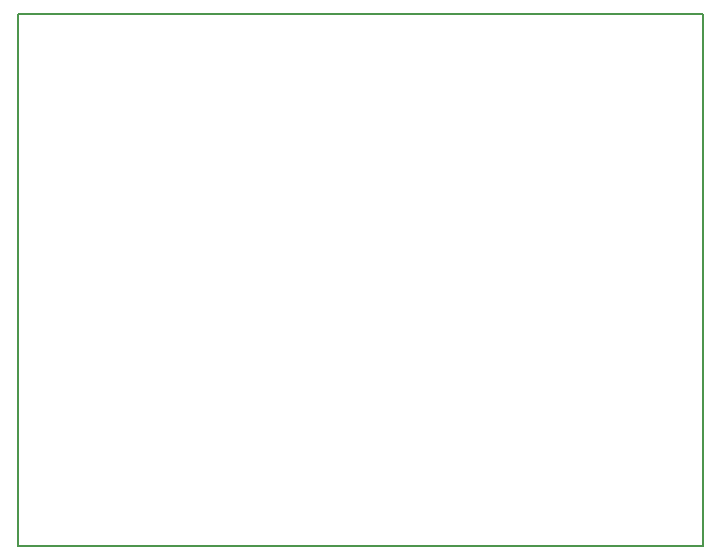
<source format=gbr>
G04 #@! TF.GenerationSoftware,KiCad,Pcbnew,6.0.0-unknown-r16460-346495ae*
G04 #@! TF.CreationDate,2019-10-08T21:17:02+03:00*
G04 #@! TF.ProjectId,vfd-ps,7666642d-7073-42e6-9b69-6361645f7063,A*
G04 #@! TF.SameCoordinates,Original*
G04 #@! TF.FileFunction,Profile,NP*
%FSLAX46Y46*%
G04 Gerber Fmt 4.6, Leading zero omitted, Abs format (unit mm)*
G04 Created by KiCad (PCBNEW 6.0.0-unknown-r16460-346495ae) date 2019-10-08 21:17:02*
%MOMM*%
%LPD*%
G04 APERTURE LIST*
%ADD10C,0.150000*%
G04 APERTURE END LIST*
D10*
X176000000Y-75000000D02*
X118000000Y-75000000D01*
X176000000Y-120000000D02*
X176000000Y-75000000D01*
X118000000Y-120000000D02*
X176000000Y-120000000D01*
X118000000Y-75000000D02*
X118000000Y-120000000D01*
M02*

</source>
